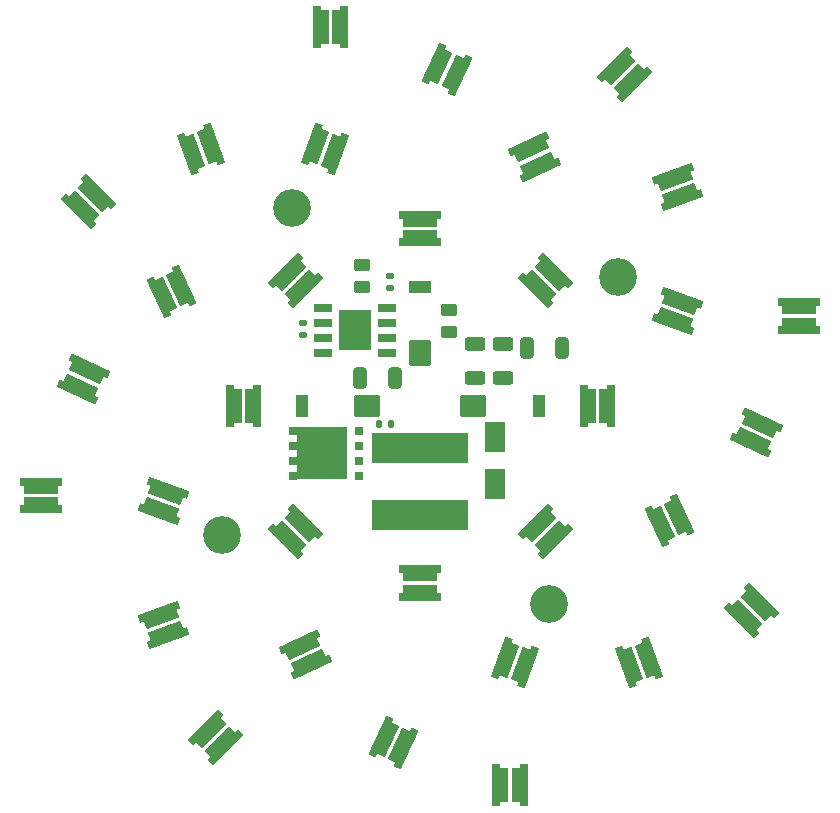
<source format=gbr>
%TF.GenerationSoftware,KiCad,Pcbnew,(6.0.8)*%
%TF.CreationDate,2022-10-21T01:17:33+13:00*%
%TF.ProjectId,Seedling,53656564-6c69-46e6-972e-6b696361645f,rev?*%
%TF.SameCoordinates,Original*%
%TF.FileFunction,Soldermask,Top*%
%TF.FilePolarity,Negative*%
%FSLAX46Y46*%
G04 Gerber Fmt 4.6, Leading zero omitted, Abs format (unit mm)*
G04 Created by KiCad (PCBNEW (6.0.8)) date 2022-10-21 01:17:33*
%MOMM*%
%LPD*%
G01*
G04 APERTURE LIST*
G04 Aperture macros list*
%AMRoundRect*
0 Rectangle with rounded corners*
0 $1 Rounding radius*
0 $2 $3 $4 $5 $6 $7 $8 $9 X,Y pos of 4 corners*
0 Add a 4 corners polygon primitive as box body*
4,1,4,$2,$3,$4,$5,$6,$7,$8,$9,$2,$3,0*
0 Add four circle primitives for the rounded corners*
1,1,$1+$1,$2,$3*
1,1,$1+$1,$4,$5*
1,1,$1+$1,$6,$7*
1,1,$1+$1,$8,$9*
0 Add four rect primitives between the rounded corners*
20,1,$1+$1,$2,$3,$4,$5,0*
20,1,$1+$1,$4,$5,$6,$7,0*
20,1,$1+$1,$6,$7,$8,$9,0*
20,1,$1+$1,$8,$9,$2,$3,0*%
%AMFreePoly0*
4,1,21,1.792426,0.604926,1.810000,0.562500,1.810000,0.012500,1.792426,-0.029926,1.750000,-0.047500,1.460000,-0.047500,1.460000,-0.687500,1.442426,-0.729926,1.400000,-0.747499,-1.400000,-0.747500,-1.442426,-0.729926,-1.460000,-0.687500,-1.460000,-0.047500,-1.750000,-0.047500,-1.792426,-0.029926,-1.810000,0.012500,-1.810000,0.562501,-1.792426,0.604926,-1.750000,0.622500,1.750000,0.622500,
1.792426,0.604926,1.792426,0.604926,$1*%
G04 Aperture macros list end*
%ADD10C,3.200000*%
%ADD11RoundRect,0.250000X0.450000X-0.262500X0.450000X0.262500X-0.450000X0.262500X-0.450000X-0.262500X0*%
%ADD12RoundRect,0.250000X0.325000X0.650000X-0.325000X0.650000X-0.325000X-0.650000X0.325000X-0.650000X0*%
%ADD13FreePoly0,70.000000*%
%ADD14FreePoly0,250.000000*%
%ADD15FreePoly0,225.000000*%
%ADD16FreePoly0,45.000000*%
%ADD17FreePoly0,155.000000*%
%ADD18FreePoly0,335.000000*%
%ADD19FreePoly0,270.000000*%
%ADD20FreePoly0,90.000000*%
%ADD21RoundRect,0.055000X-0.495000X-0.845000X0.495000X-0.845000X0.495000X0.845000X-0.495000X0.845000X0*%
%ADD22RoundRect,0.090000X-1.010000X-0.810000X1.010000X-0.810000X1.010000X0.810000X-1.010000X0.810000X0*%
%ADD23FreePoly0,245.000000*%
%ADD24FreePoly0,65.000000*%
%ADD25R,8.200000X2.600000*%
%ADD26FreePoly0,110.000000*%
%ADD27FreePoly0,290.000000*%
%ADD28FreePoly0,205.000000*%
%ADD29FreePoly0,25.000000*%
%ADD30RoundRect,0.250000X0.625000X-0.312500X0.625000X0.312500X-0.625000X0.312500X-0.625000X-0.312500X0*%
%ADD31FreePoly0,295.000000*%
%ADD32FreePoly0,115.000000*%
%ADD33RoundRect,0.140000X-0.170000X0.140000X-0.170000X-0.140000X0.170000X-0.140000X0.170000X0.140000X0*%
%ADD34RoundRect,0.090000X1.010000X0.810000X-1.010000X0.810000X-1.010000X-0.810000X1.010000X-0.810000X0*%
%ADD35RoundRect,0.055000X0.495000X0.845000X-0.495000X0.845000X-0.495000X-0.845000X0.495000X-0.845000X0*%
%ADD36RoundRect,0.135000X-0.135000X-0.185000X0.135000X-0.185000X0.135000X0.185000X-0.135000X0.185000X0*%
%ADD37FreePoly0,180.000000*%
%ADD38FreePoly0,0.000000*%
%ADD39FreePoly0,340.000000*%
%ADD40FreePoly0,160.000000*%
%ADD41RoundRect,0.090000X-0.810000X1.010000X-0.810000X-1.010000X0.810000X-1.010000X0.810000X1.010000X0*%
%ADD42RoundRect,0.055000X-0.845000X0.495000X-0.845000X-0.495000X0.845000X-0.495000X0.845000X0.495000X0*%
%ADD43FreePoly0,315.000000*%
%ADD44FreePoly0,135.000000*%
%ADD45FreePoly0,200.000000*%
%ADD46FreePoly0,20.000000*%
%ADD47R,1.525000X0.650000*%
%ADD48R,2.710000X3.402000*%
%ADD49RoundRect,0.135000X-0.185000X0.135000X-0.185000X-0.135000X0.185000X-0.135000X0.185000X0.135000X0*%
%ADD50RoundRect,0.250000X-0.450000X0.262500X-0.450000X-0.262500X0.450000X-0.262500X0.450000X0.262500X0*%
%ADD51R,1.800000X2.500000*%
%ADD52R,0.700000X0.700000*%
%ADD53R,4.350000X4.510000*%
G04 APERTURE END LIST*
D10*
%TO.C,H1*%
X-10892780Y16773411D03*
%TD*%
D11*
%TO.C,R3*%
X2400000Y6287500D03*
X2400000Y8112500D03*
%TD*%
D12*
%TO.C,C1*%
X-2125000Y2400000D03*
X-5075000Y2400000D03*
%TD*%
D13*
%TO.C,D3*%
X7197743Y-21441451D03*
D14*
X8889189Y-22057087D03*
%TD*%
D15*
%TO.C,D22*%
X-9970205Y9970205D03*
D16*
X-11242997Y11242997D03*
%TD*%
D17*
%TO.C,D8*%
X28110911Y-3082522D03*
D18*
X28871623Y-1451168D03*
%TD*%
D19*
%TO.C,D17*%
X-6699927Y32082478D03*
D20*
X-8499927Y32082478D03*
%TD*%
D21*
%TO.C,J2*%
X-10050000Y0D03*
D22*
X-4500000Y0D03*
%TD*%
D23*
%TO.C,D16*%
X3082522Y28110911D03*
D24*
X1451168Y28871623D03*
%TD*%
D15*
%TO.C,D13*%
X17948174Y27423302D03*
D16*
X16675382Y28696094D03*
%TD*%
D25*
%TO.C,L1*%
X0Y-9200000D03*
X0Y-3600000D03*
%TD*%
D26*
%TO.C,D4*%
X17697743Y-22057087D03*
D27*
X19389189Y-21441451D03*
%TD*%
D14*
%TO.C,D19*%
X-7197743Y21441451D03*
D13*
X-8889189Y22057087D03*
%TD*%
D28*
%TO.C,D15*%
X10071822Y20250969D03*
D29*
X9311110Y21882323D03*
%TD*%
D30*
%TO.C,R2*%
X4600000Y2337500D03*
X4600000Y5262500D03*
%TD*%
D19*
%TO.C,D26*%
X-14100000Y0D03*
D20*
X-15900000Y0D03*
%TD*%
%TO.C,D33*%
X6699927Y-32082478D03*
D19*
X8499927Y-32082478D03*
%TD*%
D31*
%TO.C,D23*%
X-20250969Y10071822D03*
D32*
X-21882323Y9311110D03*
%TD*%
D10*
%TO.C,H2*%
X-16773411Y-10892780D03*
%TD*%
D33*
%TO.C,C2*%
X-9900000Y6980000D03*
X-9900000Y6020000D03*
%TD*%
D34*
%TO.C,J1*%
X4500000Y0D03*
D35*
X10050000Y0D03*
%TD*%
D27*
%TO.C,D20*%
X-17697743Y22057087D03*
D26*
X-19389189Y21441451D03*
%TD*%
D36*
%TO.C,R6*%
X-3510000Y-1500000D03*
X-2490000Y-1500000D03*
%TD*%
D37*
%TO.C,D9*%
X32082478Y6699927D03*
D38*
X32082478Y8499927D03*
%TD*%
D39*
%TO.C,D27*%
X-21441451Y-7197743D03*
D40*
X-22057087Y-8889189D03*
%TD*%
D41*
%TO.C,J3*%
X0Y4500000D03*
D42*
X0Y10050000D03*
%TD*%
D43*
%TO.C,D21*%
X-27423302Y17948174D03*
D44*
X-28696094Y16675382D03*
%TD*%
D32*
%TO.C,D7*%
X20250969Y-10071822D03*
D31*
X21882323Y-9311110D03*
%TD*%
D45*
%TO.C,D12*%
X22057087Y17697743D03*
D46*
X21441451Y19389189D03*
%TD*%
%TO.C,D28*%
X-22057087Y-17697743D03*
D45*
X-21441451Y-19389189D03*
%TD*%
D47*
%TO.C,U1*%
X-8212000Y8305000D03*
X-8212000Y7035000D03*
X-8212000Y5765000D03*
X-8212000Y4495000D03*
X-2788000Y4495000D03*
X-2788000Y5765000D03*
X-2788000Y7035000D03*
X-2788000Y8305000D03*
D48*
X-5500000Y6400000D03*
%TD*%
D10*
%TO.C,H4*%
X10892780Y-16773411D03*
%TD*%
D29*
%TO.C,D31*%
X-10071822Y-20250969D03*
D28*
X-9311110Y-21882323D03*
%TD*%
D38*
%TO.C,D25*%
X-32082478Y-6699927D03*
D37*
X-32082478Y-8499927D03*
%TD*%
D20*
%TO.C,D10*%
X14100000Y0D03*
D19*
X15900000Y0D03*
%TD*%
D43*
%TO.C,D30*%
X-9970205Y-9970205D03*
D44*
X-11242997Y-11242997D03*
%TD*%
D37*
%TO.C,D18*%
X0Y14100000D03*
D38*
X0Y15900000D03*
%TD*%
D24*
%TO.C,D32*%
X-3082522Y-28110911D03*
D23*
X-1451168Y-28871623D03*
%TD*%
D16*
%TO.C,D29*%
X-17948174Y-27423302D03*
D15*
X-16675382Y-28696094D03*
%TD*%
D44*
%TO.C,D5*%
X27423302Y-17948174D03*
D43*
X28696094Y-16675382D03*
%TD*%
D18*
%TO.C,D24*%
X-28110911Y3082522D03*
D17*
X-28871623Y1451168D03*
%TD*%
D40*
%TO.C,D11*%
X21441451Y7197743D03*
D39*
X22057087Y8889189D03*
%TD*%
D49*
%TO.C,R1*%
X-2600000Y11010000D03*
X-2600000Y9990000D03*
%TD*%
D50*
%TO.C,R5*%
X-4900000Y11912500D03*
X-4900000Y10087500D03*
%TD*%
D10*
%TO.C,H3*%
X16773411Y10892780D03*
%TD*%
D12*
%TO.C,C3*%
X11975000Y4900000D03*
X9025000Y4900000D03*
%TD*%
D30*
%TO.C,R4*%
X7000000Y2337501D03*
X7000000Y5262501D03*
%TD*%
D51*
%TO.C,D1*%
X6300000Y-2600000D03*
X6300000Y-6600000D03*
%TD*%
D44*
%TO.C,D14*%
X9970205Y9970205D03*
D43*
X11242997Y11242997D03*
%TD*%
D52*
%TO.C,Q1*%
X-5200000Y-4635000D03*
X-5200000Y-3365000D03*
X-5200000Y-5905000D03*
X-5200000Y-2095000D03*
D53*
X-8330000Y-4000000D03*
D52*
X-10800000Y-3365000D03*
X-10800000Y-5905000D03*
X-10800000Y-2095000D03*
X-10800000Y-4635000D03*
%TD*%
D16*
%TO.C,D6*%
X9970205Y-9970205D03*
D15*
X11242997Y-11242997D03*
%TD*%
D38*
%TO.C,D2*%
X0Y-14100000D03*
D37*
X0Y-15900000D03*
%TD*%
M02*

</source>
